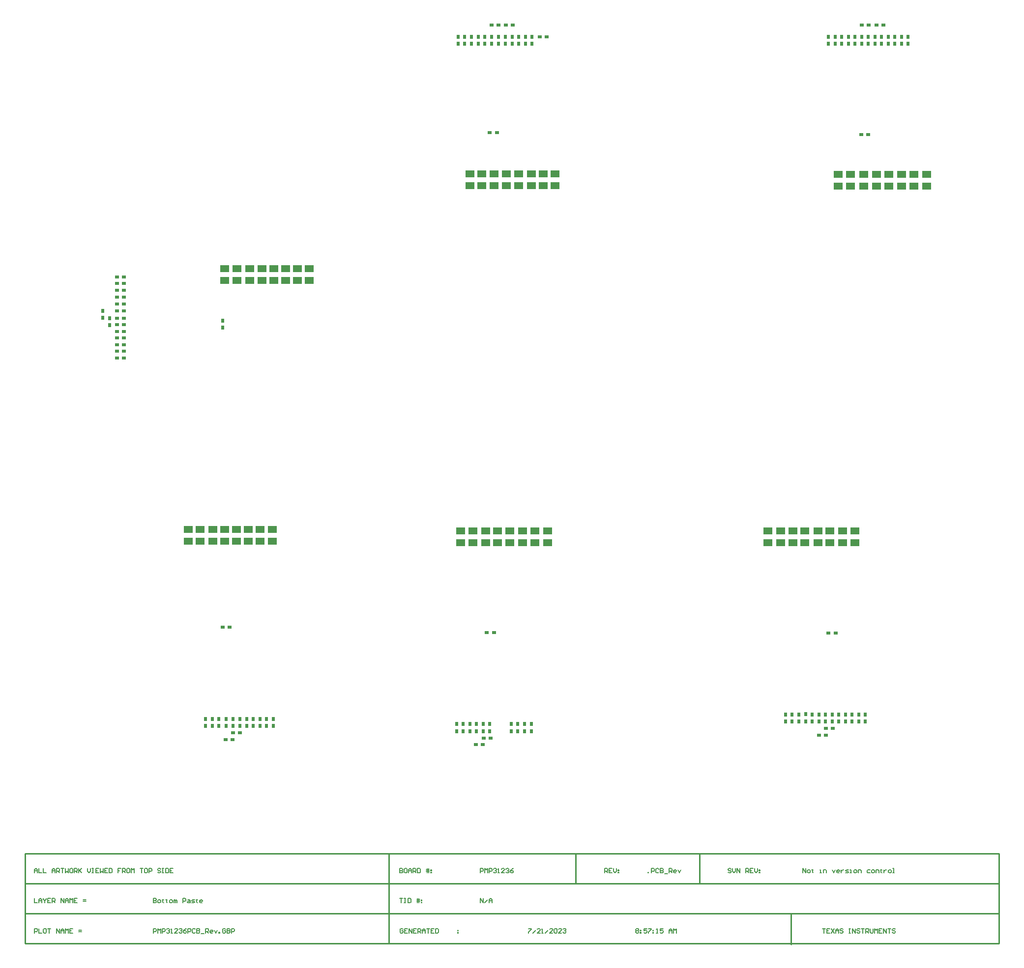
<source format=gbp>
G04*
G04 #@! TF.GenerationSoftware,Altium Limited,Altium Designer,23.6.0 (18)*
G04*
G04 Layer_Color=128*
%FSAX44Y44*%
%MOMM*%
G71*
G04*
G04 #@! TF.SameCoordinates,B6B15AAD-09C2-4985-A1E0-6DBEE0027C76*
G04*
G04*
G04 #@! TF.FilePolarity,Positive*
G04*
G01*
G75*
%ADD15C,0.2032*%
%ADD16C,0.2540*%
%ADD31R,0.6000X0.8000*%
%ADD32R,0.8000X0.6000*%
%ADD43R,1.6002X1.2700*%
G54D15*
X00322326Y00179196D02*
Y00171579D01*
X00326135D01*
X00327404Y00172848D01*
Y00174118D01*
X00326135Y00175387D01*
X00322326D01*
X00326135D01*
X00327404Y00176657D01*
Y00177927D01*
X00326135Y00179196D01*
X00322326D01*
X00331213Y00171579D02*
X00333752D01*
X00335022Y00172848D01*
Y00175387D01*
X00333752Y00176657D01*
X00331213D01*
X00329944Y00175387D01*
Y00172848D01*
X00331213Y00171579D01*
X00338831Y00177927D02*
Y00176657D01*
X00337561D01*
X00340100D01*
X00338831D01*
Y00172848D01*
X00340100Y00171579D01*
X00345179Y00177927D02*
Y00176657D01*
X00343909D01*
X00346448D01*
X00345179D01*
Y00172848D01*
X00346448Y00171579D01*
X00351527D02*
X00354066D01*
X00355335Y00172848D01*
Y00175387D01*
X00354066Y00176657D01*
X00351527D01*
X00350257Y00175387D01*
Y00172848D01*
X00351527Y00171579D01*
X00357874D02*
Y00176657D01*
X00359144D01*
X00360414Y00175387D01*
Y00171579D01*
Y00175387D01*
X00361683Y00176657D01*
X00362953Y00175387D01*
Y00171579D01*
X00373110D02*
Y00179196D01*
X00376918D01*
X00378188Y00177927D01*
Y00175387D01*
X00376918Y00174118D01*
X00373110D01*
X00381997Y00176657D02*
X00384536D01*
X00385806Y00175387D01*
Y00171579D01*
X00381997D01*
X00380727Y00172848D01*
X00381997Y00174118D01*
X00385806D01*
X00388345Y00171579D02*
X00392153D01*
X00393423Y00172848D01*
X00392153Y00174118D01*
X00389614D01*
X00388345Y00175387D01*
X00389614Y00176657D01*
X00393423D01*
X00397232Y00177927D02*
Y00176657D01*
X00395962D01*
X00398501D01*
X00397232D01*
Y00172848D01*
X00398501Y00171579D01*
X00406119D02*
X00403580D01*
X00402310Y00172848D01*
Y00175387D01*
X00403580Y00176657D01*
X00406119D01*
X00407388Y00175387D01*
Y00174118D01*
X00402310D01*
X00885317Y00171450D02*
Y00179067D01*
X00890395Y00171450D01*
Y00179067D01*
X00892934Y00171450D02*
X00898013Y00176528D01*
X00900552Y00171450D02*
Y00176528D01*
X00903091Y00179067D01*
X00905630Y00176528D01*
Y00171450D01*
Y00175259D01*
X00900552D01*
X00746760Y00179067D02*
X00751838D01*
X00749299D01*
Y00171450D01*
X00754378Y00179067D02*
X00756917D01*
X00755647D01*
Y00171450D01*
X00754378D01*
X00756917D01*
X00760725Y00179067D02*
Y00171450D01*
X00764534D01*
X00765804Y00172720D01*
Y00177798D01*
X00764534Y00179067D01*
X00760725D01*
X00777230Y00171450D02*
Y00179067D01*
X00779769D02*
Y00171450D01*
X00775961Y00176528D02*
X00779769D01*
X00781039D01*
X00775961Y00173989D02*
X00781039D01*
X00783578Y00176528D02*
X00784848D01*
Y00175259D01*
X00783578D01*
Y00176528D01*
Y00172720D02*
X00784848D01*
Y00171450D01*
X00783578D01*
Y00172720D01*
X01474470Y00126912D02*
X01479548D01*
X01477009D01*
Y00119295D01*
X01487166Y00126912D02*
X01482088D01*
Y00119295D01*
X01487166D01*
X01482088Y00123104D02*
X01484627D01*
X01489705Y00126912D02*
X01494783Y00119295D01*
Y00126912D02*
X01489705Y00119295D01*
X01497323D02*
Y00124373D01*
X01499862Y00126912D01*
X01502401Y00124373D01*
Y00119295D01*
Y00123104D01*
X01497323D01*
X01510018Y00125643D02*
X01508749Y00126912D01*
X01506210D01*
X01504940Y00125643D01*
Y00124373D01*
X01506210Y00123104D01*
X01508749D01*
X01510018Y00121834D01*
Y00120564D01*
X01508749Y00119295D01*
X01506210D01*
X01504940Y00120564D01*
X01520175Y00126912D02*
X01522714D01*
X01521445D01*
Y00119295D01*
X01520175D01*
X01522714D01*
X01526523D02*
Y00126912D01*
X01531602Y00119295D01*
Y00126912D01*
X01539219Y00125643D02*
X01537950Y00126912D01*
X01535410D01*
X01534141Y00125643D01*
Y00124373D01*
X01535410Y00123104D01*
X01537950D01*
X01539219Y00121834D01*
Y00120564D01*
X01537950Y00119295D01*
X01535410D01*
X01534141Y00120564D01*
X01541758Y00126912D02*
X01546837D01*
X01544297D01*
Y00119295D01*
X01549376D02*
Y00126912D01*
X01553185D01*
X01554454Y00125643D01*
Y00123104D01*
X01553185Y00121834D01*
X01549376D01*
X01551915D02*
X01554454Y00119295D01*
X01556993Y00126912D02*
Y00120564D01*
X01558263Y00119295D01*
X01560802D01*
X01562072Y00120564D01*
Y00126912D01*
X01564611Y00119295D02*
Y00126912D01*
X01567150Y00124373D01*
X01569689Y00126912D01*
Y00119295D01*
X01577307Y00126912D02*
X01572228D01*
Y00119295D01*
X01577307D01*
X01572228Y00123104D02*
X01574768D01*
X01579846Y00119295D02*
Y00126912D01*
X01584924Y00119295D01*
Y00126912D01*
X01587463D02*
X01592542D01*
X01590003D01*
Y00119295D01*
X01600159Y00125643D02*
X01598890Y00126912D01*
X01596351D01*
X01595081Y00125643D01*
Y00124373D01*
X01596351Y00123104D01*
X01598890D01*
X01600159Y00121834D01*
Y00120564D01*
X01598890Y00119295D01*
X01596351D01*
X01595081Y00120564D01*
X01153287Y00125643D02*
X01154557Y00126912D01*
X01157096D01*
X01158365Y00125643D01*
Y00124373D01*
X01157096Y00123104D01*
X01158365Y00121834D01*
Y00120564D01*
X01157096Y00119295D01*
X01154557D01*
X01153287Y00120564D01*
Y00121834D01*
X01154557Y00123104D01*
X01153287Y00124373D01*
Y00125643D01*
X01154557Y00123104D02*
X01157096D01*
X01160904Y00124373D02*
X01162174D01*
Y00123104D01*
X01160904D01*
Y00124373D01*
Y00120564D02*
X01162174D01*
Y00119295D01*
X01160904D01*
Y00120564D01*
X01172331Y00126912D02*
X01167253D01*
Y00123104D01*
X01169792Y00124373D01*
X01171061D01*
X01172331Y00123104D01*
Y00120564D01*
X01171061Y00119295D01*
X01168522D01*
X01167253Y00120564D01*
X01174870Y00126912D02*
X01179948D01*
Y00125643D01*
X01174870Y00120564D01*
Y00119295D01*
X01182488Y00124373D02*
X01183757D01*
Y00123104D01*
X01182488D01*
Y00124373D01*
Y00120564D02*
X01183757D01*
Y00119295D01*
X01182488D01*
Y00120564D01*
X01188836Y00119295D02*
X01191375D01*
X01190105D01*
Y00126912D01*
X01188836Y00125643D01*
X01200262Y00126912D02*
X01195183D01*
Y00123104D01*
X01197723Y00124373D01*
X01198992D01*
X01200262Y00123104D01*
Y00120564D01*
X01198992Y00119295D01*
X01196453D01*
X01195183Y00120564D01*
X01210418Y00119295D02*
Y00124373D01*
X01212958Y00126912D01*
X01215497Y00124373D01*
Y00119295D01*
Y00123104D01*
X01210418D01*
X01218036Y00119295D02*
Y00126912D01*
X01220575Y00124373D01*
X01223114Y00126912D01*
Y00119295D01*
X00117729D02*
Y00126912D01*
X00121538D01*
X00122807Y00125643D01*
Y00123104D01*
X00121538Y00121834D01*
X00117729D01*
X00125346Y00126912D02*
Y00119295D01*
X00130425D01*
X00136773Y00126912D02*
X00134234D01*
X00132964Y00125643D01*
Y00120564D01*
X00134234Y00119295D01*
X00136773D01*
X00138042Y00120564D01*
Y00125643D01*
X00136773Y00126912D01*
X00140582D02*
X00145660D01*
X00143121D01*
Y00119295D01*
X00155817D02*
Y00126912D01*
X00160895Y00119295D01*
Y00126912D01*
X00163434Y00119295D02*
Y00124373D01*
X00165973Y00126912D01*
X00168513Y00124373D01*
Y00119295D01*
Y00123104D01*
X00163434D01*
X00171052Y00119295D02*
Y00126912D01*
X00173591Y00124373D01*
X00176130Y00126912D01*
Y00119295D01*
X00183748Y00126912D02*
X00178669D01*
Y00119295D01*
X00183748D01*
X00178669Y00123104D02*
X00181208D01*
X00193904Y00121834D02*
X00198983D01*
X00193904Y00124373D02*
X00198983D01*
X00117729Y00179196D02*
Y00171579D01*
X00122807D01*
X00125346D02*
Y00176657D01*
X00127886Y00179196D01*
X00130425Y00176657D01*
Y00171579D01*
Y00175387D01*
X00125346D01*
X00132964Y00179196D02*
Y00177927D01*
X00135503Y00175387D01*
X00138042Y00177927D01*
Y00179196D01*
X00135503Y00175387D02*
Y00171579D01*
X00145660Y00179196D02*
X00140582D01*
Y00171579D01*
X00145660D01*
X00140582Y00175387D02*
X00143121D01*
X00148199Y00171579D02*
Y00179196D01*
X00152008D01*
X00153278Y00177927D01*
Y00175387D01*
X00152008Y00174118D01*
X00148199D01*
X00150738D02*
X00153278Y00171579D01*
X00163434D02*
Y00179196D01*
X00168513Y00171579D01*
Y00179196D01*
X00171052Y00171579D02*
Y00176657D01*
X00173591Y00179196D01*
X00176130Y00176657D01*
Y00171579D01*
Y00175387D01*
X00171052D01*
X00178669Y00171579D02*
Y00179196D01*
X00181208Y00176657D01*
X00183748Y00179196D01*
Y00171579D01*
X00191365Y00179196D02*
X00186287D01*
Y00171579D01*
X00191365D01*
X00186287Y00175387D02*
X00188826D01*
X00201522Y00174118D02*
X00206600D01*
X00201522Y00176657D02*
X00206600D01*
X00746760Y00230714D02*
Y00223097D01*
X00750569D01*
X00751838Y00224366D01*
Y00225636D01*
X00750569Y00226905D01*
X00746760D01*
X00750569D01*
X00751838Y00228175D01*
Y00229445D01*
X00750569Y00230714D01*
X00746760D01*
X00758186D02*
X00755647D01*
X00754378Y00229445D01*
Y00224366D01*
X00755647Y00223097D01*
X00758186D01*
X00759456Y00224366D01*
Y00229445D01*
X00758186Y00230714D01*
X00761995Y00223097D02*
Y00228175D01*
X00764534Y00230714D01*
X00767073Y00228175D01*
Y00223097D01*
Y00226905D01*
X00761995D01*
X00769613Y00223097D02*
Y00230714D01*
X00773421D01*
X00774691Y00229445D01*
Y00226905D01*
X00773421Y00225636D01*
X00769613D01*
X00772152D02*
X00774691Y00223097D01*
X00777230Y00230714D02*
Y00223097D01*
X00781039D01*
X00782309Y00224366D01*
Y00229445D01*
X00781039Y00230714D01*
X00777230D01*
X00793735Y00223097D02*
Y00230714D01*
X00796274D02*
Y00223097D01*
X00792465Y00228175D02*
X00796274D01*
X00797544D01*
X00792465Y00225636D02*
X00797544D01*
X00800083Y00228175D02*
X00801352D01*
Y00226905D01*
X00800083D01*
Y00228175D01*
Y00224366D02*
X00801352D01*
Y00223097D01*
X00800083D01*
Y00224366D01*
X00885317Y00223097D02*
Y00230714D01*
X00889126D01*
X00890395Y00229445D01*
Y00226905D01*
X00889126Y00225636D01*
X00885317D01*
X00892934Y00223097D02*
Y00230714D01*
X00895474Y00228175D01*
X00898013Y00230714D01*
Y00223097D01*
X00900552D02*
Y00230714D01*
X00904361D01*
X00905630Y00229445D01*
Y00226905D01*
X00904361Y00225636D01*
X00900552D01*
X00908170Y00229445D02*
X00909439Y00230714D01*
X00911978D01*
X00913248Y00229445D01*
Y00228175D01*
X00911978Y00226905D01*
X00910709D01*
X00911978D01*
X00913248Y00225636D01*
Y00224366D01*
X00911978Y00223097D01*
X00909439D01*
X00908170Y00224366D01*
X00915787Y00223097D02*
X00918326D01*
X00917057D01*
Y00230714D01*
X00915787Y00229445D01*
X00927213Y00223097D02*
X00922135D01*
X00927213Y00228175D01*
Y00229445D01*
X00925944Y00230714D01*
X00923405D01*
X00922135Y00229445D01*
X00929753D02*
X00931022Y00230714D01*
X00933561D01*
X00934831Y00229445D01*
Y00228175D01*
X00933561Y00226905D01*
X00932292D01*
X00933561D01*
X00934831Y00225636D01*
Y00224366D01*
X00933561Y00223097D01*
X00931022D01*
X00929753Y00224366D01*
X00942449Y00230714D02*
X00939909Y00229445D01*
X00937370Y00226905D01*
Y00224366D01*
X00938640Y00223097D01*
X00941179D01*
X00942449Y00224366D01*
Y00225636D01*
X00941179Y00226905D01*
X00937370D01*
X01173861Y00223097D02*
Y00224366D01*
X01175131D01*
Y00223097D01*
X01173861D01*
X01180209D02*
Y00230714D01*
X01184018D01*
X01185287Y00229445D01*
Y00226905D01*
X01184018Y00225636D01*
X01180209D01*
X01192905Y00229445D02*
X01191635Y00230714D01*
X01189096D01*
X01187827Y00229445D01*
Y00224366D01*
X01189096Y00223097D01*
X01191635D01*
X01192905Y00224366D01*
X01195444Y00230714D02*
Y00223097D01*
X01199253D01*
X01200522Y00224366D01*
Y00225636D01*
X01199253Y00226905D01*
X01195444D01*
X01199253D01*
X01200522Y00228175D01*
Y00229445D01*
X01199253Y00230714D01*
X01195444D01*
X01203062Y00221827D02*
X01208140D01*
X01210679Y00223097D02*
Y00230714D01*
X01214488D01*
X01215757Y00229445D01*
Y00226905D01*
X01214488Y00225636D01*
X01210679D01*
X01213218D02*
X01215757Y00223097D01*
X01222105D02*
X01219566D01*
X01218297Y00224366D01*
Y00226905D01*
X01219566Y00228175D01*
X01222105D01*
X01223375Y00226905D01*
Y00225636D01*
X01218297D01*
X01225914Y00228175D02*
X01228453Y00223097D01*
X01230993Y00228175D01*
X00117729Y00223097D02*
Y00228175D01*
X00120268Y00230714D01*
X00122807Y00228175D01*
Y00223097D01*
Y00226905D01*
X00117729D01*
X00125346Y00230714D02*
Y00223097D01*
X00130425D01*
X00132964Y00230714D02*
Y00223097D01*
X00138042D01*
X00148199D02*
Y00228175D01*
X00150738Y00230714D01*
X00153278Y00228175D01*
Y00223097D01*
Y00226905D01*
X00148199D01*
X00155817Y00223097D02*
Y00230714D01*
X00159626D01*
X00160895Y00229445D01*
Y00226905D01*
X00159626Y00225636D01*
X00155817D01*
X00158356D02*
X00160895Y00223097D01*
X00163434Y00230714D02*
X00168513D01*
X00165973D01*
Y00223097D01*
X00171052Y00230714D02*
Y00223097D01*
X00173591Y00225636D01*
X00176130Y00223097D01*
Y00230714D01*
X00182478D02*
X00179939D01*
X00178669Y00229445D01*
Y00224366D01*
X00179939Y00223097D01*
X00182478D01*
X00183748Y00224366D01*
Y00229445D01*
X00182478Y00230714D01*
X00186287Y00223097D02*
Y00230714D01*
X00190096D01*
X00191365Y00229445D01*
Y00226905D01*
X00190096Y00225636D01*
X00186287D01*
X00188826D02*
X00191365Y00223097D01*
X00193904Y00230714D02*
Y00223097D01*
Y00225636D01*
X00198983Y00230714D01*
X00195174Y00226905D01*
X00198983Y00223097D01*
X00209139Y00230714D02*
Y00225636D01*
X00211679Y00223097D01*
X00214218Y00225636D01*
Y00230714D01*
X00216757D02*
X00219296D01*
X00218027D01*
Y00223097D01*
X00216757D01*
X00219296D01*
X00228183Y00230714D02*
X00223105D01*
Y00223097D01*
X00228183D01*
X00223105Y00226905D02*
X00225644D01*
X00230722Y00230714D02*
Y00223097D01*
X00233262Y00225636D01*
X00235801Y00223097D01*
Y00230714D01*
X00243418D02*
X00238340D01*
Y00223097D01*
X00243418D01*
X00238340Y00226905D02*
X00240879D01*
X00245958Y00230714D02*
Y00223097D01*
X00249766D01*
X00251036Y00224366D01*
Y00229445D01*
X00249766Y00230714D01*
X00245958D01*
X00266271D02*
X00261193D01*
Y00226905D01*
X00263732D01*
X00261193D01*
Y00223097D01*
X00268810D02*
Y00230714D01*
X00272619D01*
X00273888Y00229445D01*
Y00226905D01*
X00272619Y00225636D01*
X00268810D01*
X00271349D02*
X00273888Y00223097D01*
X00280236Y00230714D02*
X00277697D01*
X00276428Y00229445D01*
Y00224366D01*
X00277697Y00223097D01*
X00280236D01*
X00281506Y00224366D01*
Y00229445D01*
X00280236Y00230714D01*
X00284045Y00223097D02*
Y00230714D01*
X00286584Y00228175D01*
X00289124Y00230714D01*
Y00223097D01*
X00299280Y00230714D02*
X00304359D01*
X00301819D01*
Y00223097D01*
X00310707Y00230714D02*
X00308167D01*
X00306898Y00229445D01*
Y00224366D01*
X00308167Y00223097D01*
X00310707D01*
X00311976Y00224366D01*
Y00229445D01*
X00310707Y00230714D01*
X00314515Y00223097D02*
Y00230714D01*
X00318324D01*
X00319594Y00229445D01*
Y00226905D01*
X00318324Y00225636D01*
X00314515D01*
X00334829Y00229445D02*
X00333559Y00230714D01*
X00331020D01*
X00329750Y00229445D01*
Y00228175D01*
X00331020Y00226905D01*
X00333559D01*
X00334829Y00225636D01*
Y00224366D01*
X00333559Y00223097D01*
X00331020D01*
X00329750Y00224366D01*
X00337368Y00230714D02*
X00339907D01*
X00338638D01*
Y00223097D01*
X00337368D01*
X00339907D01*
X00343716Y00230714D02*
Y00223097D01*
X00347525D01*
X00348794Y00224366D01*
Y00229445D01*
X00347525Y00230714D01*
X00343716D01*
X00356412D02*
X00351333D01*
Y00223097D01*
X00356412D01*
X00351333Y00226905D02*
X00353873D01*
X00752346Y00125643D02*
X00751077Y00126912D01*
X00748538D01*
X00747268Y00125643D01*
Y00120564D01*
X00748538Y00119295D01*
X00751077D01*
X00752346Y00120564D01*
Y00123104D01*
X00749807D01*
X00759964Y00126912D02*
X00754885D01*
Y00119295D01*
X00759964D01*
X00754885Y00123104D02*
X00757425D01*
X00762503Y00119295D02*
Y00126912D01*
X00767581Y00119295D01*
Y00126912D01*
X00775199D02*
X00770121D01*
Y00119295D01*
X00775199D01*
X00770121Y00123104D02*
X00772660D01*
X00777738Y00119295D02*
Y00126912D01*
X00781547D01*
X00782816Y00125643D01*
Y00123104D01*
X00781547Y00121834D01*
X00777738D01*
X00780277D02*
X00782816Y00119295D01*
X00785356D02*
Y00124373D01*
X00787895Y00126912D01*
X00790434Y00124373D01*
Y00119295D01*
Y00123104D01*
X00785356D01*
X00792973Y00126912D02*
X00798052D01*
X00795512D01*
Y00119295D01*
X00805669Y00126912D02*
X00800591D01*
Y00119295D01*
X00805669D01*
X00800591Y00123104D02*
X00803130D01*
X00808208Y00126912D02*
Y00119295D01*
X00812017D01*
X00813287Y00120564D01*
Y00125643D01*
X00812017Y00126912D01*
X00808208D01*
X00846296Y00124373D02*
X00847566D01*
Y00123104D01*
X00846296D01*
Y00124373D01*
Y00120564D02*
X00847566D01*
Y00119295D01*
X00846296D01*
Y00120564D01*
X00968121Y00126912D02*
X00973199D01*
Y00125643D01*
X00968121Y00120564D01*
Y00119295D01*
X00975739D02*
X00980817Y00124373D01*
X00988434Y00119295D02*
X00983356D01*
X00988434Y00124373D01*
Y00125643D01*
X00987165Y00126912D01*
X00984626D01*
X00983356Y00125643D01*
X00990974Y00119295D02*
X00993513D01*
X00992243D01*
Y00126912D01*
X00990974Y00125643D01*
X00997322Y00119295D02*
X01002400Y00124373D01*
X01010017Y00119295D02*
X01004939D01*
X01010017Y00124373D01*
Y00125643D01*
X01008748Y00126912D01*
X01006209D01*
X01004939Y00125643D01*
X01012557D02*
X01013826Y00126912D01*
X01016365D01*
X01017635Y00125643D01*
Y00120564D01*
X01016365Y00119295D01*
X01013826D01*
X01012557Y00120564D01*
Y00125643D01*
X01025253Y00119295D02*
X01020174D01*
X01025253Y00124373D01*
Y00125643D01*
X01023983Y00126912D01*
X01021444D01*
X01020174Y00125643D01*
X01027792D02*
X01029061Y00126912D01*
X01031600D01*
X01032870Y00125643D01*
Y00124373D01*
X01031600Y00123104D01*
X01030331D01*
X01031600D01*
X01032870Y00121834D01*
Y00120564D01*
X01031600Y00119295D01*
X01029061D01*
X01027792Y00120564D01*
X00322326Y00119295D02*
Y00126912D01*
X00326135D01*
X00327404Y00125643D01*
Y00123104D01*
X00326135Y00121834D01*
X00322326D01*
X00329944Y00119295D02*
Y00126912D01*
X00332483Y00124373D01*
X00335022Y00126912D01*
Y00119295D01*
X00337561D02*
Y00126912D01*
X00341370D01*
X00342639Y00125643D01*
Y00123104D01*
X00341370Y00121834D01*
X00337561D01*
X00345179Y00125643D02*
X00346448Y00126912D01*
X00348987D01*
X00350257Y00125643D01*
Y00124373D01*
X00348987Y00123104D01*
X00347718D01*
X00348987D01*
X00350257Y00121834D01*
Y00120564D01*
X00348987Y00119295D01*
X00346448D01*
X00345179Y00120564D01*
X00352796Y00119295D02*
X00355335D01*
X00354066D01*
Y00126912D01*
X00352796Y00125643D01*
X00364222Y00119295D02*
X00359144D01*
X00364222Y00124373D01*
Y00125643D01*
X00362953Y00126912D01*
X00360414D01*
X00359144Y00125643D01*
X00366762D02*
X00368031Y00126912D01*
X00370570D01*
X00371840Y00125643D01*
Y00124373D01*
X00370570Y00123104D01*
X00369301D01*
X00370570D01*
X00371840Y00121834D01*
Y00120564D01*
X00370570Y00119295D01*
X00368031D01*
X00366762Y00120564D01*
X00379458Y00126912D02*
X00376918Y00125643D01*
X00374379Y00123104D01*
Y00120564D01*
X00375649Y00119295D01*
X00378188D01*
X00379458Y00120564D01*
Y00121834D01*
X00378188Y00123104D01*
X00374379D01*
X00381997Y00119295D02*
Y00126912D01*
X00385806D01*
X00387075Y00125643D01*
Y00123104D01*
X00385806Y00121834D01*
X00381997D01*
X00394693Y00125643D02*
X00393423Y00126912D01*
X00390884D01*
X00389614Y00125643D01*
Y00120564D01*
X00390884Y00119295D01*
X00393423D01*
X00394693Y00120564D01*
X00397232Y00126912D02*
Y00119295D01*
X00401040D01*
X00402310Y00120564D01*
Y00121834D01*
X00401040Y00123104D01*
X00397232D01*
X00401040D01*
X00402310Y00124373D01*
Y00125643D01*
X00401040Y00126912D01*
X00397232D01*
X00404849Y00118025D02*
X00409928D01*
X00412467Y00119295D02*
Y00126912D01*
X00416276D01*
X00417545Y00125643D01*
Y00123104D01*
X00416276Y00121834D01*
X00412467D01*
X00415006D02*
X00417545Y00119295D01*
X00423893D02*
X00421354D01*
X00420084Y00120564D01*
Y00123104D01*
X00421354Y00124373D01*
X00423893D01*
X00425163Y00123104D01*
Y00121834D01*
X00420084D01*
X00427702Y00124373D02*
X00430241Y00119295D01*
X00432780Y00124373D01*
X00435319Y00119295D02*
Y00120564D01*
X00436589D01*
Y00119295D01*
X00435319D01*
X00446746Y00125643D02*
X00445476Y00126912D01*
X00442937D01*
X00441667Y00125643D01*
Y00120564D01*
X00442937Y00119295D01*
X00445476D01*
X00446746Y00120564D01*
Y00123104D01*
X00444207D01*
X00449285Y00126912D02*
Y00119295D01*
X00453094D01*
X00454363Y00120564D01*
Y00121834D01*
X00453094Y00123104D01*
X00449285D01*
X00453094D01*
X00454363Y00124373D01*
Y00125643D01*
X00453094Y00126912D01*
X00449285D01*
X00456903Y00119295D02*
Y00126912D01*
X00460711D01*
X00461981Y00125643D01*
Y00123104D01*
X00460711Y00121834D01*
X00456903D01*
X01099820Y00223097D02*
Y00230714D01*
X01103629D01*
X01104898Y00229445D01*
Y00226905D01*
X01103629Y00225636D01*
X01099820D01*
X01102359D02*
X01104898Y00223097D01*
X01112516Y00230714D02*
X01107438D01*
Y00223097D01*
X01112516D01*
X01107438Y00226905D02*
X01109977D01*
X01115055Y00230714D02*
Y00225636D01*
X01117594Y00223097D01*
X01120133Y00225636D01*
Y00230714D01*
X01122673Y00228175D02*
X01123942D01*
Y00226905D01*
X01122673D01*
Y00228175D01*
Y00224366D02*
X01123942D01*
Y00223097D01*
X01122673D01*
Y00224366D01*
X01317750Y00229445D02*
X01316481Y00230714D01*
X01313942D01*
X01312672Y00229445D01*
Y00228175D01*
X01313942Y00226905D01*
X01316481D01*
X01317750Y00225636D01*
Y00224366D01*
X01316481Y00223097D01*
X01313942D01*
X01312672Y00224366D01*
X01320289Y00230714D02*
Y00225636D01*
X01322829Y00223097D01*
X01325368Y00225636D01*
Y00230714D01*
X01327907Y00223097D02*
Y00230714D01*
X01332985Y00223097D01*
Y00230714D01*
X01343142Y00223097D02*
Y00230714D01*
X01346951D01*
X01348221Y00229445D01*
Y00226905D01*
X01346951Y00225636D01*
X01343142D01*
X01345681D02*
X01348221Y00223097D01*
X01355838Y00230714D02*
X01350760D01*
Y00223097D01*
X01355838D01*
X01350760Y00226905D02*
X01353299D01*
X01358377Y00230714D02*
Y00225636D01*
X01360916Y00223097D01*
X01363456Y00225636D01*
Y00230714D01*
X01365995Y00228175D02*
X01367264D01*
Y00226905D01*
X01365995D01*
Y00228175D01*
Y00224366D02*
X01367264D01*
Y00223097D01*
X01365995D01*
Y00224366D01*
X01441196Y00223097D02*
Y00230714D01*
X01446274Y00223097D01*
Y00230714D01*
X01450083Y00223097D02*
X01452622D01*
X01453892Y00224366D01*
Y00226905D01*
X01452622Y00228175D01*
X01450083D01*
X01448813Y00226905D01*
Y00224366D01*
X01450083Y00223097D01*
X01457701Y00229445D02*
Y00228175D01*
X01456431D01*
X01458970D01*
X01457701D01*
Y00224366D01*
X01458970Y00223097D01*
X01470397D02*
X01472936D01*
X01471666D01*
Y00228175D01*
X01470397D01*
X01476745Y00223097D02*
Y00228175D01*
X01480553D01*
X01481823Y00226905D01*
Y00223097D01*
X01491980Y00228175D02*
X01494519Y00223097D01*
X01497058Y00228175D01*
X01503406Y00223097D02*
X01500867D01*
X01499597Y00224366D01*
Y00226905D01*
X01500867Y00228175D01*
X01503406D01*
X01504675Y00226905D01*
Y00225636D01*
X01499597D01*
X01507215Y00228175D02*
Y00223097D01*
Y00225636D01*
X01508484Y00226905D01*
X01509754Y00228175D01*
X01511023D01*
X01514832Y00223097D02*
X01518641D01*
X01519910Y00224366D01*
X01518641Y00225636D01*
X01516102D01*
X01514832Y00226905D01*
X01516102Y00228175D01*
X01519910D01*
X01522450Y00223097D02*
X01524989D01*
X01523719D01*
Y00228175D01*
X01522450D01*
X01530067Y00223097D02*
X01532606D01*
X01533876Y00224366D01*
Y00226905D01*
X01532606Y00228175D01*
X01530067D01*
X01528798Y00226905D01*
Y00224366D01*
X01530067Y00223097D01*
X01536415D02*
Y00228175D01*
X01540224D01*
X01541494Y00226905D01*
Y00223097D01*
X01556729Y00228175D02*
X01552920D01*
X01551650Y00226905D01*
Y00224366D01*
X01552920Y00223097D01*
X01556729D01*
X01560537D02*
X01563077D01*
X01564346Y00224366D01*
Y00226905D01*
X01563077Y00228175D01*
X01560537D01*
X01559268Y00226905D01*
Y00224366D01*
X01560537Y00223097D01*
X01566885D02*
Y00228175D01*
X01570694D01*
X01571964Y00226905D01*
Y00223097D01*
X01575773Y00229445D02*
Y00228175D01*
X01574503D01*
X01577042D01*
X01575773D01*
Y00224366D01*
X01577042Y00223097D01*
X01580851Y00228175D02*
Y00223097D01*
Y00225636D01*
X01582120Y00226905D01*
X01583390Y00228175D01*
X01584660D01*
X01589738Y00223097D02*
X01592277D01*
X01593547Y00224366D01*
Y00226905D01*
X01592277Y00228175D01*
X01589738D01*
X01588468Y00226905D01*
Y00224366D01*
X01589738Y00223097D01*
X01596086D02*
X01598625D01*
X01597355D01*
Y00230714D01*
X01596086D01*
G54D16*
X01420876Y00100076D02*
Y00151596D01*
X01118870Y00101727D02*
X01778508D01*
Y00256667D01*
X00727710Y00101727D02*
Y00256667D01*
X00101600Y00101727D02*
Y00256667D01*
X00101727Y00101727D02*
X00501904D01*
X00101727D02*
Y00256667D01*
Y00256667D02*
X01778508D01*
X00101600Y00101727D02*
X01118870D01*
X00101600Y00153374D02*
X01778000D01*
X00101600Y00205020D02*
X01778508D01*
X01049528D02*
Y00256667D01*
X01262888Y00205020D02*
Y00256667D01*
G54D31*
X00441639Y01174901D02*
D03*
Y01162901D02*
D03*
X01411294Y00483966D02*
D03*
Y00495966D02*
D03*
X01422488Y00495966D02*
D03*
Y00483966D02*
D03*
X01434338Y00495966D02*
D03*
Y00483966D02*
D03*
X01445768Y00496466D02*
D03*
Y00484466D02*
D03*
X01457198Y00495966D02*
D03*
Y00483966D02*
D03*
X01468628Y00495966D02*
D03*
Y00483966D02*
D03*
X01480058Y00495966D02*
D03*
Y00483966D02*
D03*
X01491488Y00495966D02*
D03*
Y00483966D02*
D03*
X01502918Y00495966D02*
D03*
Y00483966D02*
D03*
X01514348Y00495966D02*
D03*
Y00483966D02*
D03*
X01525778Y00495966D02*
D03*
Y00483966D02*
D03*
X01537208Y00495966D02*
D03*
Y00483966D02*
D03*
X01548638Y00495966D02*
D03*
Y00483966D02*
D03*
X00844563Y00479486D02*
D03*
Y00467486D02*
D03*
X00855993Y00479486D02*
D03*
Y00467486D02*
D03*
X00867423Y00479486D02*
D03*
Y00467486D02*
D03*
X00878853Y00479486D02*
D03*
Y00467486D02*
D03*
X00890283D02*
D03*
Y00479486D02*
D03*
X00901713D02*
D03*
Y00467486D02*
D03*
X00938543Y00479486D02*
D03*
Y00467486D02*
D03*
X00949973Y00479486D02*
D03*
Y00467486D02*
D03*
X00961383Y00479486D02*
D03*
Y00467486D02*
D03*
X00973383Y00479486D02*
D03*
Y00467486D02*
D03*
X00412626Y00488536D02*
D03*
Y00476536D02*
D03*
X00424056Y00488536D02*
D03*
Y00476536D02*
D03*
X00435486Y00488536D02*
D03*
Y00476536D02*
D03*
X00447486Y00488536D02*
D03*
Y00476536D02*
D03*
X00459486Y00488536D02*
D03*
Y00476536D02*
D03*
X00471543Y00488536D02*
D03*
Y00476536D02*
D03*
X00482973Y00488536D02*
D03*
Y00476536D02*
D03*
X00494403Y00488536D02*
D03*
Y00476536D02*
D03*
X00505833Y00488536D02*
D03*
Y00476536D02*
D03*
X00517263Y00488536D02*
D03*
Y00476536D02*
D03*
X00528693Y00488536D02*
D03*
Y00476536D02*
D03*
X00246888Y01179226D02*
D03*
Y01167226D02*
D03*
X00235458Y01191926D02*
D03*
Y01179926D02*
D03*
X01485138Y01652366D02*
D03*
Y01664366D02*
D03*
X01496568Y01652366D02*
D03*
Y01664366D02*
D03*
X01507998Y01652366D02*
D03*
Y01664366D02*
D03*
X01519428Y01652366D02*
D03*
Y01664366D02*
D03*
X01530858Y01652366D02*
D03*
Y01664366D02*
D03*
X01542288Y01652366D02*
D03*
Y01664366D02*
D03*
X01553718Y01652366D02*
D03*
Y01664366D02*
D03*
X01565148Y01652366D02*
D03*
Y01664366D02*
D03*
X01576578Y01652366D02*
D03*
Y01664366D02*
D03*
X01588008Y01652366D02*
D03*
Y01664366D02*
D03*
X01599438Y01652366D02*
D03*
Y01664366D02*
D03*
X01610868Y01652366D02*
D03*
Y01664366D02*
D03*
X01622312Y01652366D02*
D03*
Y01664366D02*
D03*
X00847128D02*
D03*
Y01652366D02*
D03*
X00858458Y01664366D02*
D03*
Y01652366D02*
D03*
X00870458D02*
D03*
Y01664366D02*
D03*
X00881888Y01652366D02*
D03*
Y01664366D02*
D03*
X00893318Y01652366D02*
D03*
Y01664366D02*
D03*
X00904748Y01652366D02*
D03*
Y01664366D02*
D03*
X00916878Y01652366D02*
D03*
Y01664366D02*
D03*
X00928878Y01652366D02*
D03*
Y01664366D02*
D03*
X00940308Y01652366D02*
D03*
Y01664366D02*
D03*
X00951738Y01652366D02*
D03*
Y01664366D02*
D03*
X00963168Y01652366D02*
D03*
Y01664366D02*
D03*
X00974598Y01652366D02*
D03*
Y01664366D02*
D03*
G54D32*
X00441898Y00646581D02*
D03*
X00453898D02*
D03*
X01485338Y00636581D02*
D03*
X01497338D02*
D03*
X00908944Y00637046D02*
D03*
X00896944D02*
D03*
X01541323Y01495806D02*
D03*
X01553323D02*
D03*
X00901976Y01499622D02*
D03*
X00913976D02*
D03*
X01468978Y00460756D02*
D03*
X01480978D02*
D03*
X01480408Y00472186D02*
D03*
X01492408D02*
D03*
X00877525Y00444246D02*
D03*
X00889525D02*
D03*
X00891128Y00455676D02*
D03*
X00903128D02*
D03*
X00459328Y00464566D02*
D03*
X00471328D02*
D03*
X00447108Y00453136D02*
D03*
X00459108D02*
D03*
X00271938Y01110996D02*
D03*
X00259938D02*
D03*
X00271938Y01122426D02*
D03*
X00259938D02*
D03*
X00271938Y01133856D02*
D03*
X00259938D02*
D03*
X00271938Y01145286D02*
D03*
X00259938D02*
D03*
X00271938Y01156716D02*
D03*
X00259938D02*
D03*
X00271938Y01168146D02*
D03*
X00259938D02*
D03*
X00271938Y01179576D02*
D03*
X00259938D02*
D03*
X00271938Y01191576D02*
D03*
X00259938D02*
D03*
X00271938Y01203576D02*
D03*
X00259938D02*
D03*
X00271938Y01215576D02*
D03*
X00259938D02*
D03*
X00271938Y01227836D02*
D03*
X00259938D02*
D03*
X00271938Y01239266D02*
D03*
X00259938D02*
D03*
X00271938Y01250541D02*
D03*
X00259938D02*
D03*
X01554265Y01685036D02*
D03*
X01542265D02*
D03*
X01579608D02*
D03*
X01567608D02*
D03*
X00941178D02*
D03*
X00929178D02*
D03*
X00916988D02*
D03*
X00904988D02*
D03*
X00999648Y01664366D02*
D03*
X00987648D02*
D03*
G54D43*
X00867918Y01408176D02*
D03*
Y01428496D02*
D03*
X01380998Y00792226D02*
D03*
Y00812546D02*
D03*
X01402588Y00792226D02*
D03*
Y00812546D02*
D03*
X01424178Y00792226D02*
D03*
Y00812546D02*
D03*
X01444498Y00792226D02*
D03*
Y00812546D02*
D03*
X01467358Y00792226D02*
D03*
Y00812546D02*
D03*
X01487678Y00792226D02*
D03*
Y00812546D02*
D03*
X01509268Y00792226D02*
D03*
Y00812546D02*
D03*
X01530858Y00792226D02*
D03*
Y00812546D02*
D03*
X00851408Y00792226D02*
D03*
Y00812546D02*
D03*
X00872998Y00792226D02*
D03*
Y00812546D02*
D03*
X00894588Y00792226D02*
D03*
Y00812546D02*
D03*
X00914908Y00792226D02*
D03*
Y00812546D02*
D03*
X00936498Y00792226D02*
D03*
Y00812546D02*
D03*
X00958088Y00792226D02*
D03*
Y00812546D02*
D03*
X00979533Y00792226D02*
D03*
Y00812546D02*
D03*
X01001268Y00792226D02*
D03*
Y00812546D02*
D03*
X00382778Y00815086D02*
D03*
Y00794766D02*
D03*
X00403098D02*
D03*
Y00815086D02*
D03*
X00424688Y00794766D02*
D03*
Y00815086D02*
D03*
X00445008Y00794766D02*
D03*
Y00815086D02*
D03*
X00465328Y00794766D02*
D03*
Y00815086D02*
D03*
X00485648Y00794766D02*
D03*
Y00815086D02*
D03*
X00505968Y00794766D02*
D03*
Y00815086D02*
D03*
X00527558Y00794766D02*
D03*
Y00815086D02*
D03*
X00445008Y01244346D02*
D03*
Y01264666D02*
D03*
X00466598Y01244346D02*
D03*
Y01264666D02*
D03*
X00488188Y01244346D02*
D03*
Y01264666D02*
D03*
X00509778Y01244346D02*
D03*
Y01264666D02*
D03*
X00530098Y01244346D02*
D03*
Y01264666D02*
D03*
X00550418Y01244346D02*
D03*
Y01264666D02*
D03*
X00570738Y01244346D02*
D03*
Y01264666D02*
D03*
X00591058Y01244346D02*
D03*
Y01264666D02*
D03*
X01501648Y01427226D02*
D03*
Y01406906D02*
D03*
X01523238Y01427226D02*
D03*
Y01406906D02*
D03*
X01545718Y01427226D02*
D03*
Y01406906D02*
D03*
X01567688Y01427226D02*
D03*
Y01406906D02*
D03*
X01589278Y01427226D02*
D03*
Y01406906D02*
D03*
X01610868Y01427226D02*
D03*
Y01406906D02*
D03*
X01632458Y01427226D02*
D03*
Y01406906D02*
D03*
X01654048Y01427226D02*
D03*
Y01406906D02*
D03*
X00888238Y01428496D02*
D03*
Y01408176D02*
D03*
X00909258Y01428496D02*
D03*
Y01408176D02*
D03*
X00930148Y01428496D02*
D03*
Y01408176D02*
D03*
X00951738Y01428496D02*
D03*
Y01408176D02*
D03*
X00973328Y01428496D02*
D03*
Y01408176D02*
D03*
X00993648Y01428496D02*
D03*
Y01408176D02*
D03*
X01013968D02*
D03*
Y01428496D02*
D03*
M02*

</source>
